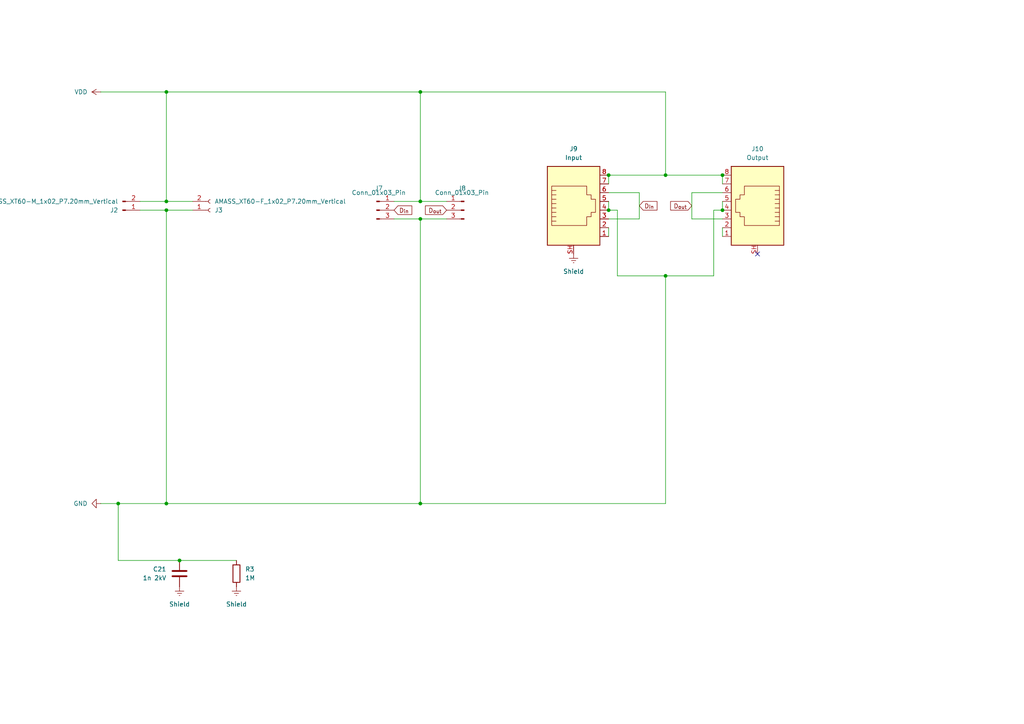
<source format=kicad_sch>
(kicad_sch (version 20231120) (generator "eeschema") (generator_version "8.0")
  (paper "A4")
  (lib_symbols
    (symbol "Connector:8P8C_Shielded" (pin_names (offset 1.016))
      (property "Reference" "J" (at -5.08 13.97 0))
      (property "Value" "8P8C_Shielded" (at 2.54 13.97 0))
      (symbol "8P8C_Shielded_0_1"
        (polyline (pts (xy -5.08 4.445) (xy -6.35 4.445)))
        (polyline (pts (xy -5.08 5.715) (xy -6.35 5.715)))
        (polyline (pts (xy -6.35 -3.175) (xy -5.08 -3.175) (xy -5.08 -3.175)))
        (polyline (pts (xy -6.35 -1.905) (xy -5.08 -1.905) (xy -5.08 -1.905)))
        (polyline (pts (xy -6.35 -0.635) (xy -5.08 -0.635) (xy -5.08 -0.635)))
        (polyline (pts (xy -6.35 0.635) (xy -5.08 0.635) (xy -5.08 0.635)))
        (polyline (pts (xy -6.35 1.905) (xy -5.08 1.905) (xy -5.08 1.905)))
        (polyline (pts (xy -5.08 3.175) (xy -6.35 3.175) (xy -6.35 3.175)))
        (polyline (pts (xy -6.35 -4.445) (xy -6.35 6.985) (xy 3.81 6.985) (xy 3.81 4.445) (xy 5.08 4.445) (xy 5.08 3.175) (xy 6.35 3.175) (xy 6.35 -0.635) (xy 5.08 -0.635) (xy 5.08 -1.905) (xy 3.81 -1.905) (xy 3.81 -4.445) (xy -6.35 -4.445) (xy -6.35 -4.445)))
        (rectangle (start 7.62 12.7) (end -7.62 -10.16) (stroke (width 0.254)) (fill (type background)))
      )
      (symbol "8P8C_Shielded_1_1"
        (pin passive line (at 10.16 -7.62 180) (length 2.54) (name "~") (number "1"))
        (pin passive line (at 10.16 -5.08 180) (length 2.54) (name "~") (number "2"))
        (pin passive line (at 10.16 -2.54 180) (length 2.54) (name "~") (number "3"))
        (pin passive line (at 10.16 0 180) (length 2.54) (name "~") (number "4"))
        (pin passive line (at 10.16 2.54 180) (length 2.54) (name "~") (number "5"))
        (pin passive line (at 10.16 5.08 180) (length 2.54) (name "~") (number "6"))
        (pin passive line (at 10.16 7.62 180) (length 2.54) (name "~") (number "7"))
        (pin passive line (at 10.16 10.16 180) (length 2.54) (name "~") (number "8"))
        (pin passive line (at 0 -12.7 90) (length 2.54) (name "~") (number "SH"))
      )
    )
    (symbol "Connector:Conn_01x02_Pin" (pin_names (offset 1.016) hide)
      (property "Reference" "J" (at 0 2.54 0))
      (property "Value" "Conn_01x02_Pin" (at 0 -5.08 0))
      (symbol "Conn_01x02_Pin_1_1"
        (polyline (pts (xy 1.27 -2.54) (xy 0.8636 -2.54)) (stroke (width 0.1524)))
        (polyline (pts (xy 1.27 0) (xy 0.8636 0)) (stroke (width 0.1524)))
        (rectangle (start 0.8636 -2.413) (end 0 -2.667) (stroke (width 0.1524)) (fill (type outline)))
        (rectangle (start 0.8636 0.127) (end 0 -0.127) (stroke (width 0.1524)) (fill (type outline)))
        (pin passive line (at 5.08 0 180) (length 3.81) (name "Pin_1") (number "1"))
        (pin passive line (at 5.08 -2.54 180) (length 3.81) (name "Pin_2") (number "2"))
      )
    )
    (symbol "Connector:Conn_01x02_Socket" (pin_names (offset 1.016) hide)
      (property "Reference" "J" (at 0 2.54 0))
      (property "Value" "Conn_01x02_Socket" (at 0 -5.08 0))
      (symbol "Conn_01x02_Socket_1_1"
        (arc (start 0 -2.032) (mid -0.5058 -2.54) (end 0 -3.048) (stroke (width 0.1524)))
        (polyline (pts (xy -1.27 -2.54) (xy -0.508 -2.54)) (stroke (width 0.1524)))
        (polyline (pts (xy -1.27 0) (xy -0.508 0)) (stroke (width 0.1524)))
        (arc (start 0 0.508) (mid -0.5058 0) (end 0 -0.508) (stroke (width 0.1524)))
        (pin passive line (at -5.08 0 0) (length 3.81) (name "Pin_1") (number "1"))
        (pin passive line (at -5.08 -2.54 0) (length 3.81) (name "Pin_2") (number "2"))
      )
    )
    (symbol "Connector:Conn_01x03_Pin" (pin_names (offset 1.016) hide)
      (property "Reference" "J" (at 0 5.08 0))
      (property "Value" "Conn_01x03_Pin" (at 0 -5.08 0))
      (symbol "Conn_01x03_Pin_1_1"
        (polyline (pts (xy 1.27 -2.54) (xy 0.8636 -2.54)) (stroke (width 0.1524)))
        (polyline (pts (xy 1.27 0) (xy 0.8636 0)) (stroke (width 0.1524)))
        (polyline (pts (xy 1.27 2.54) (xy 0.8636 2.54)) (stroke (width 0.1524)))
        (rectangle (start 0.8636 -2.413) (end 0 -2.667) (stroke (width 0.1524)) (fill (type outline)))
        (rectangle (start 0.8636 0.127) (end 0 -0.127) (stroke (width 0.1524)) (fill (type outline)))
        (rectangle (start 0.8636 2.667) (end 0 2.413) (stroke (width 0.1524)) (fill (type outline)))
        (pin passive line (at 5.08 2.54 180) (length 3.81) (name "Pin_1") (number "1"))
        (pin passive line (at 5.08 0 180) (length 3.81) (name "Pin_2") (number "2"))
        (pin passive line (at 5.08 -2.54 180) (length 3.81) (name "Pin_3") (number "3"))
      )
    )
    (symbol "Connector:Conn_01x04_Pin" (pin_names (offset 1.016) hide)
      (property "Reference" "J" (at 0 5.08 0))
      (property "Value" "Conn_01x04_Pin" (at 0 -7.62 0))
      (symbol "Conn_01x04_Pin_1_1"
        (polyline (pts (xy 1.27 -5.08) (xy 0.8636 -5.08)) (stroke (width 0.1524)))
        (polyline (pts (xy 1.27 -2.54) (xy 0.8636 -2.54)) (stroke (width 0.1524)))
        (polyline (pts (xy 1.27 0) (xy 0.8636 0)) (stroke (width 0.1524)))
        (polyline (pts (xy 1.27 2.54) (xy 0.8636 2.54)) (stroke (width 0.1524)))
        (rectangle (start 0.8636 -4.953) (end 0 -5.207) (stroke (width 0.1524)) (fill (type outline)))
        (rectangle (start 0.8636 -2.413) (end 0 -2.667) (stroke (width 0.1524)) (fill (type outline)))
        (rectangle (start 0.8636 0.127) (end 0 -0.127) (stroke (width 0.1524)) (fill (type outline)))
        (rectangle (start 0.8636 2.667) (end 0 2.413) (stroke (width 0.1524)) (fill (type outline)))
        (pin passive line (at 5.08 2.54 180) (length 3.81) (name "Pin_1") (number "1"))
        (pin passive line (at 5.08 0 180) (length 3.81) (name "Pin_2") (number "2"))
        (pin passive line (at 5.08 -2.54 180) (length 3.81) (name "Pin_3") (number "3"))
        (pin passive line (at 5.08 -5.08 180) (length 3.81) (name "Pin_4") (number "4"))
      )
    )
    (symbol "Connector:Conn_01x04_Socket" (pin_names (offset 1.016) hide)
      (property "Reference" "J" (at 0 5.08 0))
      (property "Value" "Conn_01x04_Socket" (at 0 -7.62 0))
      (symbol "Conn_01x04_Socket_1_1"
        (arc (start 0 -4.572) (mid -0.5058 -5.08) (end 0 -5.588) (stroke (width 0.1524)))
        (arc (start 0 -2.032) (mid -0.5058 -2.54) (end 0 -3.048) (stroke (width 0.1524)))
        (polyline (pts (xy -1.27 -5.08) (xy -0.508 -5.08)) (stroke (width 0.1524)))
        (polyline (pts (xy -1.27 -2.54) (xy -0.508 -2.54)) (stroke (width 0.1524)))
        (polyline (pts (xy -1.27 0) (xy -0.508 0)) (stroke (width 0.1524)))
        (polyline (pts (xy -1.27 2.54) (xy -0.508 2.54)) (stroke (width 0.1524)))
        (arc (start 0 0.508) (mid -0.5058 0) (end 0 -0.508) (stroke (width 0.1524)))
        (arc (start 0 3.048) (mid -0.5058 2.54) (end 0 2.032) (stroke (width 0.1524)))
        (pin passive line (at -5.08 2.54 0) (length 3.81) (name "Pin_1") (number "1"))
        (pin passive line (at -5.08 0 0) (length 3.81) (name "Pin_2") (number "2"))
        (pin passive line (at -5.08 -2.54 0) (length 3.81) (name "Pin_3") (number "3"))
        (pin passive line (at -5.08 -5.08 0) (length 3.81) (name "Pin_4") (number "4"))
      )
    )
    (symbol "Connector_Audio:NC3FAV" (pin_names hide)
      (property "Reference" "J" (at 0 8.89 0))
      (property "Value" "NC3FAV" (at 0 6.35 0))
      (symbol "NC3FAV_0_1"
        (circle (center -3.556 0) (radius 1.016))
        (circle (center 0 -3.556) (radius 1.016))
        (polyline (pts (xy -5.08 0) (xy -4.572 0)))
        (polyline (pts (xy 0 -5.08) (xy 0 -4.572)))
        (polyline (pts (xy 5.08 0) (xy 4.572 0)))
        (circle (center 0 0) (radius 5.08) (fill (type background)))
        (circle (center 3.556 0) (radius 1.016))
        (text "1" (at -3.556 1.778 0) (effects (font (size 1.016 1.016) (bold yes))))
        (text "2" (at 3.556 1.778 0) (effects (font (size 1.016 1.016) (bold yes))))
        (text "3" (at 0 -1.778 0) (effects (font (size 1.016 1.016) (bold yes))))
        (pin passive line (at -7.62 0 0) (length 2.54) (name "~") (number "1"))
        (pin passive line (at 7.62 0 180) (length 2.54) (name "~") (number "2"))
        (pin passive line (at 0 -7.62 90) (length 2.54) (name "~") (number "3"))
      )
    )
    (symbol "Connector_Audio:NC3MAAV-1" (pin_names hide)
      (property "Reference" "J" (at 0 8.89 0))
      (property "Value" "NC3MAAV-1" (at 0 6.35 0))
      (symbol "NC3MAAV-1_0_1"
        (circle (center -3.556 0) (radius 1.016))
        (circle (center 0 -3.556) (radius 1.016))
        (polyline (pts (xy -5.08 0) (xy -4.572 0)))
        (polyline (pts (xy 0 -5.08) (xy 0 -4.572)))
        (polyline (pts (xy 5.08 0) (xy 4.572 0)))
        (circle (center 0 0) (radius 5.08) (fill (type background)))
        (circle (center 3.556 0) (radius 1.016))
        (text "1" (at -3.556 1.778 0) (effects (font (size 1.016 1.016) (bold yes))))
        (text "2" (at 3.556 1.778 0) (effects (font (size 1.016 1.016) (bold yes))))
        (text "3" (at 0 -1.778 0) (effects (font (size 1.016 1.016) (bold yes))))
        (pin passive line (at -7.62 0 0) (length 2.54) (name "~") (number "1"))
        (pin passive line (at 7.62 0 180) (length 2.54) (name "~") (number "2"))
        (pin passive line (at 0 -7.62 90) (length 2.54) (name "~") (number "3"))
      )
    )
    (symbol "Connector_Audio:NC3MAV" (pin_names hide)
      (property "Reference" "J" (at 0 8.89 0))
      (property "Value" "NC3MAV" (at 0 6.35 0))
      (symbol "NC3MAV_0_1"
        (circle (center -3.556 0) (radius 1.016))
        (circle (center 0 -3.556) (radius 1.016))
        (polyline (pts (xy -5.08 0) (xy -4.572 0)))
        (polyline (pts (xy -2.54 -5.08) (xy -2.54 -4.445)))
        (polyline (pts (xy 0 -5.08) (xy 0 -4.572)))
        (polyline (pts (xy 5.08 0) (xy 4.572 0)))
        (circle (center 0 0) (radius 5.08) (fill (type background)))
        (circle (center 3.556 0) (radius 1.016))
        (text "1" (at -3.556 1.778 0) (effects (font (size 1.016 1.016) (bold yes))))
        (text "2" (at 3.556 1.778 0) (effects (font (size 1.016 1.016) (bold yes))))
        (text "3" (at 0 -1.778 0) (effects (font (size 1.016 1.016) (bold yes))))
        (pin passive line (at -7.62 0 0) (length 2.54) (name "~") (number "1"))
        (pin passive line (at 7.62 0 180) (length 2.54) (name "~") (number "2"))
        (pin passive line (at 0 -7.62 90) (length 2.54) (name "~") (number "3"))
      )
      (symbol "NC3MAV_1_1"
        (pin passive line (at -2.54 -7.62 90) (length 2.54) (name "~") (number "G"))
      )
    )
    (symbol "Device:C" (pin_numbers hide) (pin_names (offset 0.254))
      (property "Reference" "C" (at 0.635 2.54 0))
      (property "Value" "C" (at 0.635 -2.54 0))
      (symbol "C_0_1"
        (polyline (pts (xy -2.032 -0.762) (xy 2.032 -0.762)) (stroke (width 0.508)))
        (polyline (pts (xy -2.032 0.762) (xy 2.032 0.762)) (stroke (width 0.508)))
      )
      (symbol "C_1_1"
        (pin passive line (at 0 3.81 270) (length 2.794) (name "~") (number "1"))
        (pin passive line (at 0 -3.81 90) (length 2.794) (name "~") (number "2"))
      )
    )
    (symbol "Device:R" (pin_numbers hide) (pin_names (offset 0))
      (property "Reference" "R" (at 2.032 0 90))
      (property "Value" "R" (at 0 0 90))
      (symbol "R_0_1"
        (rectangle (start -1.016 -2.54) (end 1.016 2.54) (stroke (width 0.254)))
      )
      (symbol "R_1_1"
        (pin passive line (at 0 3.81 270) (length 1.27) (name "~") (number "1"))
        (pin passive line (at 0 -3.81 90) (length 1.27) (name "~") (number "2"))
      )
    )
    (symbol "power:Earth" (power) (pin_names (offset 0))
      (symbol "Earth_0_1"
        (polyline (pts (xy -0.635 -1.905) (xy 0.635 -1.905)))
        (polyline (pts (xy -0.127 -2.54) (xy 0.127 -2.54)))
        (polyline (pts (xy 0 -1.27) (xy 0 0)))
        (polyline (pts (xy 1.27 -1.27) (xy -1.27 -1.27)))
      )
      (symbol "Earth_1_1"
        (pin power_in line (at 0 0 270) (length 0) hide (name "Earth") (number "1"))
      )
    )
    (symbol "power:GND" (power) (pin_numbers hide) (pin_names (offset 0) hide)
      (property "Value" "GND" (at 0 -3.81 0))
      (symbol "GND_0_1"
        (polyline (pts (xy 0 0) (xy 0 -1.27) (xy 1.27 -1.27) (xy 0 -2.54) (xy -1.27 -1.27) (xy 0 -1.27)))
      )
      (symbol "GND_1_1"
        (pin power_in line (at 0 0 270) (length 0) (name "~") (number "1"))
      )
    )
    (symbol "power:VDD" (power) (pin_numbers hide) (pin_names (offset 0) hide)
      (property "Value" "VDD" (at 0 3.556 0))
      (symbol "VDD_0_1"
        (polyline (pts (xy -0.762 1.27) (xy 0 2.54)))
        (polyline (pts (xy 0 0) (xy 0 2.54)))
        (polyline (pts (xy 0 2.54) (xy 0.762 1.27)))
      )
      (symbol "VDD_1_1"
        (pin power_in line (at 0 0 90) (length 0) (name "~") (number "1"))
      )
    )
  )
  (junction (at 209.55 60.96))
  (junction (at 52.07 162.56))
  (junction (at 121.92 26.67))
  (junction (at 34.29 146.05))
  (junction (at 121.92 63.5))
  (junction (at 48.26 26.67))
  (junction (at 193.04 80.01))
  (junction (at 48.26 58.42))
  (junction (at 121.92 146.05))
  (junction (at 176.53 50.8))
  (junction (at 209.55 50.8))
  (junction (at 48.26 60.96))
  (junction (at 193.04 50.8))
  (junction (at 48.26 146.05))
  (junction (at 121.92 58.42))
  (junction (at 176.53 60.96))
  (no_connect (at 219.71 73.66))
  (wire (pts (xy 121.92 63.5) (xy 129.54 63.5)))
  (wire (pts (xy 114.3 63.5) (xy 121.92 63.5)))
  (wire (pts (xy 40.64 60.96) (xy 48.26 60.96)))
  (wire (pts (xy 179.07 60.96) (xy 179.07 80.01)))
  (wire (pts (xy 193.04 50.8) (xy 176.53 50.8)))
  (wire (pts (xy 209.55 50.8) (xy 193.04 50.8)))
  (wire (pts (xy 209.55 53.34) (xy 209.55 50.8)))
  (wire (pts (xy 114.3 58.42) (xy 121.92 58.42)))
  (wire (pts (xy 176.53 58.42) (xy 176.53 60.96)))
  (wire (pts (xy 48.26 60.96) (xy 48.26 146.05)))
  (wire (pts (xy 48.26 26.67) (xy 48.26 58.42)))
  (wire (pts (xy 176.53 60.96) (xy 179.07 60.96)))
  (wire (pts (xy 48.26 146.05) (xy 121.92 146.05)))
  (wire (pts (xy 193.04 146.05) (xy 193.04 80.01)))
  (wire (pts (xy 193.04 80.01) (xy 207.01 80.01)))
  (wire (pts (xy 40.64 58.42) (xy 48.26 58.42)))
  (wire (pts (xy 121.92 26.67) (xy 121.92 58.42)))
  (wire (pts (xy 121.92 146.05) (xy 193.04 146.05)))
  (wire (pts (xy 48.26 58.42) (xy 55.88 58.42)))
  (wire (pts (xy 193.04 26.67) (xy 193.04 50.8)))
  (wire (pts (xy 179.07 80.01) (xy 193.04 80.01)))
  (wire (pts (xy 209.55 58.42) (xy 209.55 60.96)))
  (wire (pts (xy 207.01 60.96) (xy 209.55 60.96)))
  (wire (pts (xy 48.26 26.67) (xy 121.92 26.67)))
  (wire (pts (xy 29.21 146.05) (xy 34.29 146.05)))
  (wire (pts (xy 48.26 146.05) (xy 34.29 146.05)))
  (wire (pts (xy 121.92 26.67) (xy 193.04 26.67)))
  (wire (pts (xy 176.53 50.8) (xy 176.53 53.34)))
  (wire (pts (xy 52.07 162.56) (xy 68.58 162.56)))
  (wire (pts (xy 121.92 58.42) (xy 129.54 58.42)))
  (wire (pts (xy 209.55 66.04) (xy 209.55 68.58)))
  (wire (pts (xy 209.55 55.88) (xy 200.66 55.88)))
  (wire (pts (xy 185.42 55.88) (xy 185.42 63.5)))
  (wire (pts (xy 185.42 63.5) (xy 176.53 63.5)))
  (wire (pts (xy 207.01 80.01) (xy 207.01 60.96)))
  (wire (pts (xy 200.66 63.5) (xy 209.55 63.5)))
  (wire (pts (xy 34.29 162.56) (xy 34.29 146.05)))
  (wire (pts (xy 176.53 55.88) (xy 185.42 55.88)))
  (wire (pts (xy 200.66 55.88) (xy 200.66 63.5)))
  (wire (pts (xy 52.07 162.56) (xy 34.29 162.56)))
  (wire (pts (xy 121.92 146.05) (xy 121.92 63.5)))
  (wire (pts (xy 48.26 60.96) (xy 55.88 60.96)))
  (wire (pts (xy 29.21 26.67) (xy 48.26 26.67)))
  (wire (pts (xy 176.53 66.04) (xy 176.53 68.58)))
  (global_label "D_{in}" (shape input) (at 185.42 59.69 0) (property "Intersheetrefs" "${INTERSHEET_REFS}" (effects (hide yes))))
  (global_label "D_{in}" (shape input) (at 114.3 60.96 0) (property "Intersheetrefs" "${INTERSHEET_REFS}" (effects (hide yes))))
  (global_label "D_{out}" (shape input) (at 200.66 59.69 180) (property "Intersheetrefs" "${INTERSHEET_REFS}" (effects (hide yes))))
  (global_label "D_{out}" (shape input) (at 129.54 60.96 180) (property "Intersheetrefs" "${INTERSHEET_REFS}" (effects (hide yes))))
  (symbol (lib_id "power:VDD") (at 59.69 237.49 270) (unit 1) (on_board no)
    (property "Reference" "#PWR020" (effects (hide yes)))
    (property "Value" "VDD" (at 63.5 237.4899 90) (effects (justify left)))
    (property "Description" "Power symbol creates a global label with name \"VDD\"" (effects (hide yes)))
  )
  (symbol (lib_id "Connector:Conn_01x02_Pin") (at 35.56 60.96 0) (mirror x) (unit 1)
    (property "Reference" "J2" (at 34.29 60.9601 0) (effects (justify right)))
    (property "Value" "AMASS_XT60-M_1x02_P7.20mm_Vertical" (at 34.29 58.4201 0) (effects (justify right)))
    (property "Footprint" "Connector_AMASS:AMASS_XT60-M_1x02_P7.20mm_Vertical" (effects (hide yes)))
    (property "Description" "Generic connector, single row, 01x02, script generated" (effects (hide yes)))
    (property "LCSC" "C98733" (effects (hide yes)))
  )
  (symbol (lib_id "power:GND") (at 50.8 256.54 270) (unit 1) (on_board no)
    (property "Reference" "#PWR07" (effects (hide yes)))
    (property "Value" "GND" (at 46.99 256.5399 90) (effects (justify right)))
    (property "Description" "Power symbol creates a global label with name \"GND\" , ground" (effects (hide yes)))
  )
  (symbol (lib_id "Connector:8P8C_Shielded") (at 219.71 60.96 0) (mirror y) (unit 1)
    (property "Reference" "J10" (at 219.71 43.18 0))
    (property "Value" "Output" (at 219.71 45.72 0))
    (property "Footprint" "Connector_RJ:RJ45_Ninigi_GE" (effects (hide yes)))
    (property "Description" "RJ connector, 8P8C (8 positions 8 connected), RJ31/RJ32/RJ33/RJ34/RJ35/RJ41/RJ45/RJ49/RJ61, Shielded" (effects (hide yes)))
    (property "LCSC" "C386758" (effects (hide yes)))
  )
  (symbol (lib_id "power:GND") (at 59.69 232.41 90) (mirror x) (unit 1) (on_board no)
    (property "Reference" "#PWR016" (effects (hide yes)))
    (property "Value" "GND" (at 63.5 232.4099 90) (effects (justify right)))
    (property "Description" "Power symbol creates a global label with name \"GND\" , ground" (effects (hide yes)))
  )
  (symbol (lib_id "power:GND") (at 29.21 146.05 270) (mirror x) (unit 1)
    (property "Reference" "#PWR025" (effects (hide yes)))
    (property "Value" "GND" (at 25.4 146.0499 90) (effects (justify right)))
    (property "Description" "Power symbol creates a global label with name \"GND\" , ground" (effects (hide yes)))
  )
  (symbol (lib_id "power:VDD") (at 29.21 26.67 90) (mirror x) (unit 1)
    (property "Reference" "#PWR015" (effects (hide yes)))
    (property "Value" "VDD" (at 25.4 26.6699 90) (effects (justify left)))
    (property "Description" "Power symbol creates a global label with name \"VDD\"" (effects (hide yes)))
  )
  (symbol (lib_id "Connector_Audio:NC3FAV") (at 124.46 241.3 0) (unit 1) (on_board no)
    (property "Reference" "J6" (at 124.46 231.14 0))
    (property "Value" "NC3FAV" (at 124.46 233.68 0))
    (property "Footprint" "Connector_Audio:Jack_XLR_Neutrik_NC3FAV_Vertical" (effects (hide yes)))
    (property "Datasheet" "https://www.neutrik.com/en/product/nc3fav" (effects (hide yes)))
    (property "Description" "A Series, 3 pole female XLR receptacle, grounding: without ground / shell contact, vertical PCB mount" (effects (hide yes)))
    (property "LCSC" "C309304" (effects (hide yes)))
  )
  (symbol (lib_id "Connector_Audio:NC3MAAV-1") (at 201.93 240.03 0) (unit 1) (on_board no)
    (property "Reference" "J12" (at 201.93 229.87 0))
    (property "Value" "NC3MAAV-1" (at 201.93 232.41 0))
    (property "Footprint" "Connector_Audio:Jack_XLR_Neutrik_NC3MAAV-1_Vertical" (effects (hide yes)))
    (property "Datasheet" "https://www.neutrik.com/en/product/nc3maav-1" (effects (hide yes)))
    (property "Description" "AA Series, 3 pole male XLR receptacle, grounding: mating connector shell to pin1 and front panel, vertical PCB mount" (effects (hide yes)))
    (property "LCSC" "C309311" (effects (hide yes)))
  )
  (symbol (lib_id "power:VDD") (at 50.8 261.62 90) (mirror x) (unit 1) (on_board no)
    (property "Reference" "#PWR011" (effects (hide yes)))
    (property "Value" "VDD" (at 46.99 261.6199 90) (effects (justify left)))
    (property "Description" "Power symbol creates a global label with name \"VDD\"" (effects (hide yes)))
  )
  (symbol (lib_id "Device:C") (at 52.07 166.37 180) (unit 1)
    (property "Reference" "C21" (at 48.26 165.0999 0) (effects (justify left)))
    (property "Value" "1n 2kV" (at 48.26 167.6399 0) (effects (justify left)))
    (property "Footprint" "Capacitor_SMD:C_1206_3216Metric" (effects (hide yes)))
    (property "LCSC" "C9196" (effects (hide yes)))
  )
  (symbol (lib_id "power:Earth") (at 52.07 170.18 0) (unit 1)
    (property "Reference" "#PWR023" (effects (hide yes)))
    (property "Value" "Shield" (at 52.07 175.26 0))
    (property "Description" "Power symbol creates a global label with name \"Earth\"" (effects (hide yes)))
  )
  (symbol (lib_id "Connector:Conn_01x02_Socket") (at 60.96 60.96 0) (mirror x) (unit 1)
    (property "Reference" "J3" (at 62.23 60.9601 0) (effects (justify left)))
    (property "Value" "AMASS_XT60-F_1x02_P7.20mm_Vertical" (at 62.23 58.4201 0) (effects (justify left)))
    (property "Footprint" "Connector_AMASS:AMASS_XT60-F_1x02_P7.20mm_Vertical" (effects (hide yes)))
    (property "Description" "Generic connector, single row, 01x02, script generated" (effects (hide yes)))
    (property "LCSC" "C98734" (effects (hide yes)))
  )
  (symbol (lib_id "Connector:Conn_01x04_Socket") (at 55.88 256.54 0) (unit 1) (on_board no)
    (property "Reference" "J5" (at 57.15 256.5399 0) (effects (justify left)))
    (property "Value" "TE_MATE-N-LOK_350211-1_1x04_P5.08mm_Vertical" (at 57.15 259.0799 0) (effects (justify left)))
    (property "Footprint" "Connector_TE-Connectivity:TE_MATE-N-LOK_350211-1_1x04_P5.08mm_Vertical" (effects (hide yes)))
    (property "Description" "Generic connector, single row, 01x04, script generated" (effects (hide yes)))
    (property "LCSC" "C305819" (effects (hide yes)))
  )
  (symbol (lib_id "power:Earth") (at 166.37 73.66 0) (unit 1)
    (property "Reference" "#PWR027" (effects (hide yes)))
    (property "Value" "Shield" (at 166.37 78.74 0))
    (property "Description" "Power symbol creates a global label with name \"Earth\"" (effects (hide yes)))
  )
  (symbol (lib_id "Connector:Conn_01x03_Pin") (at 134.62 60.96 0) (mirror y) (unit 1)
    (property "Reference" "J8" (at 133.985 54.61 0))
    (property "Value" "Conn_01x03_Pin" (at 133.985 55.88 0))
    (property "Footprint" "Connector_JST:JST_XH_B3B-XH-AM_1x03_P2.50mm_Vertical" (effects (hide yes)))
    (property "Description" "Generic connector, single row, 01x03, script generated" (effects (hide yes)))
    (property "LCSC" "C144394" (effects (hide yes)))
  )
  (symbol (lib_id "Connector:8P8C_Shielded") (at 166.37 60.96 0) (unit 1)
    (property "Reference" "J9" (at 166.37 43.18 0))
    (property "Value" "Input" (at 166.37 45.72 0))
    (property "Footprint" "Connector_RJ:RJ45_Ninigi_GE" (effects (hide yes)))
    (property "Description" "RJ connector, 8P8C (8 positions 8 connected), RJ31/RJ32/RJ33/RJ34/RJ35/RJ41/RJ45/RJ49/RJ61, Shielded" (effects (hide yes)))
    (property "LCSC" "C386758" (effects (hide yes)))
  )
  (symbol (lib_id "power:GND") (at 59.69 234.95 90) (mirror x) (unit 1) (on_board no)
    (property "Reference" "#PWR019" (effects (hide yes)))
    (property "Value" "GND" (at 63.5 234.9499 90) (effects (justify right)))
    (property "Description" "Power symbol creates a global label with name \"GND\" , ground" (effects (hide yes)))
  )
  (symbol (lib_id "power:GND") (at 50.8 259.08 270) (unit 1) (on_board no)
    (property "Reference" "#PWR08" (effects (hide yes)))
    (property "Value" "GND" (at 46.99 259.0799 90) (effects (justify right)))
    (property "Description" "Power symbol creates a global label with name \"GND\" , ground" (effects (hide yes)))
  )
  (symbol (lib_id "Connector:Conn_01x04_Pin") (at 54.61 232.41 0) (unit 1) (on_board no)
    (property "Reference" "J4" (at 55.245 224.79 0))
    (property "Value" "TE_MATE-N-LOK_350211-1_1x04_P5.08mm_Vertical" (at 55.245 227.33 0))
    (property "Footprint" "Connector_TE-Connectivity:TE_MATE-N-LOK_350211-1_1x04_P5.08mm_Vertical" (effects (hide yes)))
    (property "Description" "Generic connector, single row, 01x04, script generated" (effects (hide yes)))
    (property "LCSC" "C305826" (effects (hide yes)))
  )
  (symbol (lib_id "Device:R") (at 68.58 166.37 0) (unit 1)
    (property "Reference" "R3" (at 71.12 165.0999 0) (effects (justify left)))
    (property "Value" "1M" (at 71.12 167.6399 0) (effects (justify left)))
    (property "Footprint" "Resistor_SMD:R_0603_1608Metric" (effects (hide yes)))
  )
  (symbol (lib_id "power:Earth") (at 68.58 170.18 0) (unit 1)
    (property "Reference" "#PWR024" (effects (hide yes)))
    (property "Value" "Shield" (at 68.58 175.26 0))
    (property "Description" "Power symbol creates a global label with name \"Earth\"" (effects (hide yes)))
  )
  (symbol (lib_id "Connector_Audio:NC3MAV") (at 99.06 240.03 0) (unit 1) (on_board no)
    (property "Reference" "J1" (at 99.06 229.87 0))
    (property "Value" "NC3MAV" (at 99.06 232.41 0))
    (property "Footprint" "Connector_Audio:Jack_XLR_Neutrik_NC3MAV_Vertical" (effects (hide yes)))
    (property "Datasheet" "https://www.neutrik.com/en/product/nc3mav" (effects (hide yes)))
    (property "Description" "A Series, 3 pole male XLR receptacle, grounding: separate ground contact to mating connector shell and front panel, vertical PCB mount" (effects (hide yes)))
    (property "LCSC" "C309323" (effects (hide yes)))
  )
  (symbol (lib_id "Connector:Conn_01x03_Pin") (at 109.22 60.96 0) (unit 1)
    (property "Reference" "J7" (at 109.855 54.61 0))
    (property "Value" "Conn_01x03_Pin" (at 109.855 55.88 0))
    (property "Footprint" "Connector_JST:JST_XH_B3B-XH-AM_1x03_P2.50mm_Vertical" (effects (hide yes)))
    (property "Description" "Generic connector, single row, 01x03, script generated" (effects (hide yes)))
    (property "LCSC" "C144394" (effects (hide yes)))
  )
)
</source>
